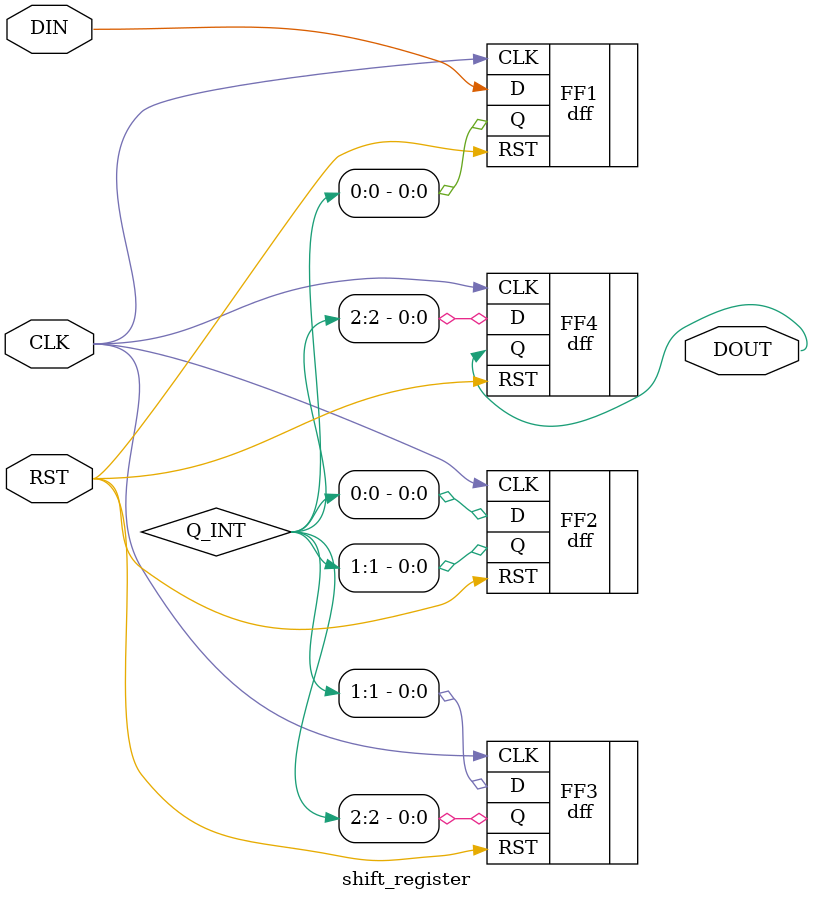
<source format=v>
/*
    Basic Shift Register
    4-bit, right shift

    AKA a SISO (Serial in, Serial Out)
*/
`timescale 1ns / 1ps
module shift_register(
    input DIN,
    input CLK,
    input RST,
    output DOUT
    );

    // Internal Connections between 4 registers (FFs)
    wire [2:0] Q_INT;

    dff FF1(.D(DIN),      .CLK(CLK), .RST(RST), .Q(Q_INT[0]));
    dff FF2(.D(Q_INT[0]), .CLK(CLK), .RST(RST), .Q(Q_INT[1]));
    dff FF3(.D(Q_INT[1]), .CLK(CLK), .RST(RST), .Q(Q_INT[2]));
    dff FF4(.D(Q_INT[2]), .CLK(CLK), .RST(RST), .Q(DOUT));
endmodule

</source>
